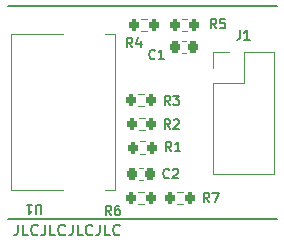
<source format=gbr>
%TF.GenerationSoftware,KiCad,Pcbnew,7.0.5-4d25ed1034~172~ubuntu22.04.1*%
%TF.CreationDate,2023-06-13T21:53:17+03:00*%
%TF.ProjectId,SolderPlate_Control,536f6c64-6572-4506-9c61-74655f436f6e,rev?*%
%TF.SameCoordinates,Original*%
%TF.FileFunction,Legend,Top*%
%TF.FilePolarity,Positive*%
%FSLAX46Y46*%
G04 Gerber Fmt 4.6, Leading zero omitted, Abs format (unit mm)*
G04 Created by KiCad (PCBNEW 7.0.5-4d25ed1034~172~ubuntu22.04.1) date 2023-06-13 21:53:17*
%MOMM*%
%LPD*%
G01*
G04 APERTURE LIST*
G04 Aperture macros list*
%AMRoundRect*
0 Rectangle with rounded corners*
0 $1 Rounding radius*
0 $2 $3 $4 $5 $6 $7 $8 $9 X,Y pos of 4 corners*
0 Add a 4 corners polygon primitive as box body*
4,1,4,$2,$3,$4,$5,$6,$7,$8,$9,$2,$3,0*
0 Add four circle primitives for the rounded corners*
1,1,$1+$1,$2,$3*
1,1,$1+$1,$4,$5*
1,1,$1+$1,$6,$7*
1,1,$1+$1,$8,$9*
0 Add four rect primitives between the rounded corners*
20,1,$1+$1,$2,$3,$4,$5,0*
20,1,$1+$1,$4,$5,$6,$7,0*
20,1,$1+$1,$6,$7,$8,$9,0*
20,1,$1+$1,$8,$9,$2,$3,0*%
G04 Aperture macros list end*
%ADD10C,0.150000*%
%ADD11C,0.120000*%
%ADD12RoundRect,0.200000X-0.200000X-0.275000X0.200000X-0.275000X0.200000X0.275000X-0.200000X0.275000X0*%
%ADD13RoundRect,0.200000X0.200000X0.275000X-0.200000X0.275000X-0.200000X-0.275000X0.200000X-0.275000X0*%
%ADD14R,1.700000X1.700000*%
%ADD15O,1.700000X1.700000*%
%ADD16RoundRect,0.225000X0.225000X0.250000X-0.225000X0.250000X-0.225000X-0.250000X0.225000X-0.250000X0*%
%ADD17RoundRect,0.225000X-0.225000X-0.250000X0.225000X-0.250000X0.225000X0.250000X-0.225000X0.250000X0*%
%ADD18C,1.600000*%
%ADD19C,1.800000*%
%ADD20O,2.900000X2.800000*%
G04 APERTURE END LIST*
D10*
X1070112Y1517943D02*
X1070112Y875086D01*
X1070112Y875086D02*
X1027255Y746515D01*
X1027255Y746515D02*
X941541Y660800D01*
X941541Y660800D02*
X812969Y617943D01*
X812969Y617943D02*
X727255Y617943D01*
X1927255Y617943D02*
X1498683Y617943D01*
X1498683Y617943D02*
X1498683Y1517943D01*
X2741540Y703658D02*
X2698683Y660800D01*
X2698683Y660800D02*
X2570111Y617943D01*
X2570111Y617943D02*
X2484397Y617943D01*
X2484397Y617943D02*
X2355826Y660800D01*
X2355826Y660800D02*
X2270111Y746515D01*
X2270111Y746515D02*
X2227254Y832229D01*
X2227254Y832229D02*
X2184397Y1003658D01*
X2184397Y1003658D02*
X2184397Y1132229D01*
X2184397Y1132229D02*
X2227254Y1303658D01*
X2227254Y1303658D02*
X2270111Y1389372D01*
X2270111Y1389372D02*
X2355826Y1475086D01*
X2355826Y1475086D02*
X2484397Y1517943D01*
X2484397Y1517943D02*
X2570111Y1517943D01*
X2570111Y1517943D02*
X2698683Y1475086D01*
X2698683Y1475086D02*
X2741540Y1432229D01*
X3384397Y1517943D02*
X3384397Y875086D01*
X3384397Y875086D02*
X3341540Y746515D01*
X3341540Y746515D02*
X3255826Y660800D01*
X3255826Y660800D02*
X3127254Y617943D01*
X3127254Y617943D02*
X3041540Y617943D01*
X4241540Y617943D02*
X3812968Y617943D01*
X3812968Y617943D02*
X3812968Y1517943D01*
X5055825Y703658D02*
X5012968Y660800D01*
X5012968Y660800D02*
X4884396Y617943D01*
X4884396Y617943D02*
X4798682Y617943D01*
X4798682Y617943D02*
X4670111Y660800D01*
X4670111Y660800D02*
X4584396Y746515D01*
X4584396Y746515D02*
X4541539Y832229D01*
X4541539Y832229D02*
X4498682Y1003658D01*
X4498682Y1003658D02*
X4498682Y1132229D01*
X4498682Y1132229D02*
X4541539Y1303658D01*
X4541539Y1303658D02*
X4584396Y1389372D01*
X4584396Y1389372D02*
X4670111Y1475086D01*
X4670111Y1475086D02*
X4798682Y1517943D01*
X4798682Y1517943D02*
X4884396Y1517943D01*
X4884396Y1517943D02*
X5012968Y1475086D01*
X5012968Y1475086D02*
X5055825Y1432229D01*
X5698682Y1517943D02*
X5698682Y875086D01*
X5698682Y875086D02*
X5655825Y746515D01*
X5655825Y746515D02*
X5570111Y660800D01*
X5570111Y660800D02*
X5441539Y617943D01*
X5441539Y617943D02*
X5355825Y617943D01*
X6555825Y617943D02*
X6127253Y617943D01*
X6127253Y617943D02*
X6127253Y1517943D01*
X7370110Y703658D02*
X7327253Y660800D01*
X7327253Y660800D02*
X7198681Y617943D01*
X7198681Y617943D02*
X7112967Y617943D01*
X7112967Y617943D02*
X6984396Y660800D01*
X6984396Y660800D02*
X6898681Y746515D01*
X6898681Y746515D02*
X6855824Y832229D01*
X6855824Y832229D02*
X6812967Y1003658D01*
X6812967Y1003658D02*
X6812967Y1132229D01*
X6812967Y1132229D02*
X6855824Y1303658D01*
X6855824Y1303658D02*
X6898681Y1389372D01*
X6898681Y1389372D02*
X6984396Y1475086D01*
X6984396Y1475086D02*
X7112967Y1517943D01*
X7112967Y1517943D02*
X7198681Y1517943D01*
X7198681Y1517943D02*
X7327253Y1475086D01*
X7327253Y1475086D02*
X7370110Y1432229D01*
X8012967Y1517943D02*
X8012967Y875086D01*
X8012967Y875086D02*
X7970110Y746515D01*
X7970110Y746515D02*
X7884396Y660800D01*
X7884396Y660800D02*
X7755824Y617943D01*
X7755824Y617943D02*
X7670110Y617943D01*
X8870110Y617943D02*
X8441538Y617943D01*
X8441538Y617943D02*
X8441538Y1517943D01*
X9684395Y703658D02*
X9641538Y660800D01*
X9641538Y660800D02*
X9512966Y617943D01*
X9512966Y617943D02*
X9427252Y617943D01*
X9427252Y617943D02*
X9298681Y660800D01*
X9298681Y660800D02*
X9212966Y746515D01*
X9212966Y746515D02*
X9170109Y832229D01*
X9170109Y832229D02*
X9127252Y1003658D01*
X9127252Y1003658D02*
X9127252Y1132229D01*
X9127252Y1132229D02*
X9170109Y1303658D01*
X9170109Y1303658D02*
X9212966Y1389372D01*
X9212966Y1389372D02*
X9298681Y1475086D01*
X9298681Y1475086D02*
X9427252Y1517943D01*
X9427252Y1517943D02*
X9512966Y1517943D01*
X9512966Y1517943D02*
X9641538Y1475086D01*
X9641538Y1475086D02*
X9684395Y1432229D01*
X200000Y20000000D02*
X23000000Y20000000D01*
X200000Y2000000D02*
X23000000Y2000000D01*
%TO.C,R4*%
X10766667Y16537705D02*
X10500000Y16918658D01*
X10309524Y16537705D02*
X10309524Y17337705D01*
X10309524Y17337705D02*
X10614286Y17337705D01*
X10614286Y17337705D02*
X10690476Y17299610D01*
X10690476Y17299610D02*
X10728571Y17261515D01*
X10728571Y17261515D02*
X10766667Y17185324D01*
X10766667Y17185324D02*
X10766667Y17071039D01*
X10766667Y17071039D02*
X10728571Y16994848D01*
X10728571Y16994848D02*
X10690476Y16956753D01*
X10690476Y16956753D02*
X10614286Y16918658D01*
X10614286Y16918658D02*
X10309524Y16918658D01*
X11452381Y17071039D02*
X11452381Y16537705D01*
X11261905Y17375800D02*
X11071428Y16804372D01*
X11071428Y16804372D02*
X11566667Y16804372D01*
%TO.C,R6*%
X8966667Y2337705D02*
X8700000Y2718658D01*
X8509524Y2337705D02*
X8509524Y3137705D01*
X8509524Y3137705D02*
X8814286Y3137705D01*
X8814286Y3137705D02*
X8890476Y3099610D01*
X8890476Y3099610D02*
X8928571Y3061515D01*
X8928571Y3061515D02*
X8966667Y2985324D01*
X8966667Y2985324D02*
X8966667Y2871039D01*
X8966667Y2871039D02*
X8928571Y2794848D01*
X8928571Y2794848D02*
X8890476Y2756753D01*
X8890476Y2756753D02*
X8814286Y2718658D01*
X8814286Y2718658D02*
X8509524Y2718658D01*
X9652381Y3137705D02*
X9500000Y3137705D01*
X9500000Y3137705D02*
X9423809Y3099610D01*
X9423809Y3099610D02*
X9385714Y3061515D01*
X9385714Y3061515D02*
X9309524Y2947229D01*
X9309524Y2947229D02*
X9271428Y2794848D01*
X9271428Y2794848D02*
X9271428Y2490086D01*
X9271428Y2490086D02*
X9309524Y2413896D01*
X9309524Y2413896D02*
X9347619Y2375800D01*
X9347619Y2375800D02*
X9423809Y2337705D01*
X9423809Y2337705D02*
X9576190Y2337705D01*
X9576190Y2337705D02*
X9652381Y2375800D01*
X9652381Y2375800D02*
X9690476Y2413896D01*
X9690476Y2413896D02*
X9728571Y2490086D01*
X9728571Y2490086D02*
X9728571Y2680562D01*
X9728571Y2680562D02*
X9690476Y2756753D01*
X9690476Y2756753D02*
X9652381Y2794848D01*
X9652381Y2794848D02*
X9576190Y2832943D01*
X9576190Y2832943D02*
X9423809Y2832943D01*
X9423809Y2832943D02*
X9347619Y2794848D01*
X9347619Y2794848D02*
X9309524Y2756753D01*
X9309524Y2756753D02*
X9271428Y2680562D01*
%TO.C,J1*%
X19883333Y17997705D02*
X19883333Y17426277D01*
X19883333Y17426277D02*
X19845238Y17311991D01*
X19845238Y17311991D02*
X19769047Y17235800D01*
X19769047Y17235800D02*
X19654762Y17197705D01*
X19654762Y17197705D02*
X19578571Y17197705D01*
X20683333Y17197705D02*
X20226190Y17197705D01*
X20454762Y17197705D02*
X20454762Y17997705D01*
X20454762Y17997705D02*
X20378571Y17883420D01*
X20378571Y17883420D02*
X20302381Y17807229D01*
X20302381Y17807229D02*
X20226190Y17769134D01*
%TO.C,R1*%
X14066667Y7737705D02*
X13800000Y8118658D01*
X13609524Y7737705D02*
X13609524Y8537705D01*
X13609524Y8537705D02*
X13914286Y8537705D01*
X13914286Y8537705D02*
X13990476Y8499610D01*
X13990476Y8499610D02*
X14028571Y8461515D01*
X14028571Y8461515D02*
X14066667Y8385324D01*
X14066667Y8385324D02*
X14066667Y8271039D01*
X14066667Y8271039D02*
X14028571Y8194848D01*
X14028571Y8194848D02*
X13990476Y8156753D01*
X13990476Y8156753D02*
X13914286Y8118658D01*
X13914286Y8118658D02*
X13609524Y8118658D01*
X14828571Y7737705D02*
X14371428Y7737705D01*
X14600000Y7737705D02*
X14600000Y8537705D01*
X14600000Y8537705D02*
X14523809Y8423420D01*
X14523809Y8423420D02*
X14447619Y8347229D01*
X14447619Y8347229D02*
X14371428Y8309134D01*
%TO.C,R7*%
X17266667Y3437705D02*
X17000000Y3818658D01*
X16809524Y3437705D02*
X16809524Y4237705D01*
X16809524Y4237705D02*
X17114286Y4237705D01*
X17114286Y4237705D02*
X17190476Y4199610D01*
X17190476Y4199610D02*
X17228571Y4161515D01*
X17228571Y4161515D02*
X17266667Y4085324D01*
X17266667Y4085324D02*
X17266667Y3971039D01*
X17266667Y3971039D02*
X17228571Y3894848D01*
X17228571Y3894848D02*
X17190476Y3856753D01*
X17190476Y3856753D02*
X17114286Y3818658D01*
X17114286Y3818658D02*
X16809524Y3818658D01*
X17533333Y4237705D02*
X18066667Y4237705D01*
X18066667Y4237705D02*
X17723809Y3437705D01*
%TO.C,R2*%
X13966667Y9637705D02*
X13700000Y10018658D01*
X13509524Y9637705D02*
X13509524Y10437705D01*
X13509524Y10437705D02*
X13814286Y10437705D01*
X13814286Y10437705D02*
X13890476Y10399610D01*
X13890476Y10399610D02*
X13928571Y10361515D01*
X13928571Y10361515D02*
X13966667Y10285324D01*
X13966667Y10285324D02*
X13966667Y10171039D01*
X13966667Y10171039D02*
X13928571Y10094848D01*
X13928571Y10094848D02*
X13890476Y10056753D01*
X13890476Y10056753D02*
X13814286Y10018658D01*
X13814286Y10018658D02*
X13509524Y10018658D01*
X14271428Y10361515D02*
X14309524Y10399610D01*
X14309524Y10399610D02*
X14385714Y10437705D01*
X14385714Y10437705D02*
X14576190Y10437705D01*
X14576190Y10437705D02*
X14652381Y10399610D01*
X14652381Y10399610D02*
X14690476Y10361515D01*
X14690476Y10361515D02*
X14728571Y10285324D01*
X14728571Y10285324D02*
X14728571Y10209134D01*
X14728571Y10209134D02*
X14690476Y10094848D01*
X14690476Y10094848D02*
X14233333Y9637705D01*
X14233333Y9637705D02*
X14728571Y9637705D01*
%TO.C,C2*%
X13866667Y5513896D02*
X13828571Y5475800D01*
X13828571Y5475800D02*
X13714286Y5437705D01*
X13714286Y5437705D02*
X13638095Y5437705D01*
X13638095Y5437705D02*
X13523809Y5475800D01*
X13523809Y5475800D02*
X13447619Y5551991D01*
X13447619Y5551991D02*
X13409524Y5628181D01*
X13409524Y5628181D02*
X13371428Y5780562D01*
X13371428Y5780562D02*
X13371428Y5894848D01*
X13371428Y5894848D02*
X13409524Y6047229D01*
X13409524Y6047229D02*
X13447619Y6123420D01*
X13447619Y6123420D02*
X13523809Y6199610D01*
X13523809Y6199610D02*
X13638095Y6237705D01*
X13638095Y6237705D02*
X13714286Y6237705D01*
X13714286Y6237705D02*
X13828571Y6199610D01*
X13828571Y6199610D02*
X13866667Y6161515D01*
X14171428Y6161515D02*
X14209524Y6199610D01*
X14209524Y6199610D02*
X14285714Y6237705D01*
X14285714Y6237705D02*
X14476190Y6237705D01*
X14476190Y6237705D02*
X14552381Y6199610D01*
X14552381Y6199610D02*
X14590476Y6161515D01*
X14590476Y6161515D02*
X14628571Y6085324D01*
X14628571Y6085324D02*
X14628571Y6009134D01*
X14628571Y6009134D02*
X14590476Y5894848D01*
X14590476Y5894848D02*
X14133333Y5437705D01*
X14133333Y5437705D02*
X14628571Y5437705D01*
%TO.C,C1*%
X12666667Y15613896D02*
X12628571Y15575800D01*
X12628571Y15575800D02*
X12514286Y15537705D01*
X12514286Y15537705D02*
X12438095Y15537705D01*
X12438095Y15537705D02*
X12323809Y15575800D01*
X12323809Y15575800D02*
X12247619Y15651991D01*
X12247619Y15651991D02*
X12209524Y15728181D01*
X12209524Y15728181D02*
X12171428Y15880562D01*
X12171428Y15880562D02*
X12171428Y15994848D01*
X12171428Y15994848D02*
X12209524Y16147229D01*
X12209524Y16147229D02*
X12247619Y16223420D01*
X12247619Y16223420D02*
X12323809Y16299610D01*
X12323809Y16299610D02*
X12438095Y16337705D01*
X12438095Y16337705D02*
X12514286Y16337705D01*
X12514286Y16337705D02*
X12628571Y16299610D01*
X12628571Y16299610D02*
X12666667Y16261515D01*
X13428571Y15537705D02*
X12971428Y15537705D01*
X13200000Y15537705D02*
X13200000Y16337705D01*
X13200000Y16337705D02*
X13123809Y16223420D01*
X13123809Y16223420D02*
X13047619Y16147229D01*
X13047619Y16147229D02*
X12971428Y16109134D01*
%TO.C,R3*%
X13966667Y11637705D02*
X13700000Y12018658D01*
X13509524Y11637705D02*
X13509524Y12437705D01*
X13509524Y12437705D02*
X13814286Y12437705D01*
X13814286Y12437705D02*
X13890476Y12399610D01*
X13890476Y12399610D02*
X13928571Y12361515D01*
X13928571Y12361515D02*
X13966667Y12285324D01*
X13966667Y12285324D02*
X13966667Y12171039D01*
X13966667Y12171039D02*
X13928571Y12094848D01*
X13928571Y12094848D02*
X13890476Y12056753D01*
X13890476Y12056753D02*
X13814286Y12018658D01*
X13814286Y12018658D02*
X13509524Y12018658D01*
X14233333Y12437705D02*
X14728571Y12437705D01*
X14728571Y12437705D02*
X14461905Y12132943D01*
X14461905Y12132943D02*
X14576190Y12132943D01*
X14576190Y12132943D02*
X14652381Y12094848D01*
X14652381Y12094848D02*
X14690476Y12056753D01*
X14690476Y12056753D02*
X14728571Y11980562D01*
X14728571Y11980562D02*
X14728571Y11790086D01*
X14728571Y11790086D02*
X14690476Y11713896D01*
X14690476Y11713896D02*
X14652381Y11675800D01*
X14652381Y11675800D02*
X14576190Y11637705D01*
X14576190Y11637705D02*
X14347619Y11637705D01*
X14347619Y11637705D02*
X14271428Y11675800D01*
X14271428Y11675800D02*
X14233333Y11713896D01*
%TO.C,R5*%
X17866667Y18137705D02*
X17600000Y18518658D01*
X17409524Y18137705D02*
X17409524Y18937705D01*
X17409524Y18937705D02*
X17714286Y18937705D01*
X17714286Y18937705D02*
X17790476Y18899610D01*
X17790476Y18899610D02*
X17828571Y18861515D01*
X17828571Y18861515D02*
X17866667Y18785324D01*
X17866667Y18785324D02*
X17866667Y18671039D01*
X17866667Y18671039D02*
X17828571Y18594848D01*
X17828571Y18594848D02*
X17790476Y18556753D01*
X17790476Y18556753D02*
X17714286Y18518658D01*
X17714286Y18518658D02*
X17409524Y18518658D01*
X18590476Y18937705D02*
X18209524Y18937705D01*
X18209524Y18937705D02*
X18171428Y18556753D01*
X18171428Y18556753D02*
X18209524Y18594848D01*
X18209524Y18594848D02*
X18285714Y18632943D01*
X18285714Y18632943D02*
X18476190Y18632943D01*
X18476190Y18632943D02*
X18552381Y18594848D01*
X18552381Y18594848D02*
X18590476Y18556753D01*
X18590476Y18556753D02*
X18628571Y18480562D01*
X18628571Y18480562D02*
X18628571Y18290086D01*
X18628571Y18290086D02*
X18590476Y18213896D01*
X18590476Y18213896D02*
X18552381Y18175800D01*
X18552381Y18175800D02*
X18476190Y18137705D01*
X18476190Y18137705D02*
X18285714Y18137705D01*
X18285714Y18137705D02*
X18209524Y18175800D01*
X18209524Y18175800D02*
X18171428Y18213896D01*
%TO.C,U1*%
X3059523Y2412296D02*
X3059523Y3059915D01*
X3059523Y3059915D02*
X3021428Y3136105D01*
X3021428Y3136105D02*
X2983333Y3174200D01*
X2983333Y3174200D02*
X2907142Y3212296D01*
X2907142Y3212296D02*
X2754761Y3212296D01*
X2754761Y3212296D02*
X2678571Y3174200D01*
X2678571Y3174200D02*
X2640476Y3136105D01*
X2640476Y3136105D02*
X2602380Y3059915D01*
X2602380Y3059915D02*
X2602380Y2412296D01*
X1802381Y3212296D02*
X2259524Y3212296D01*
X2030952Y3212296D02*
X2030952Y2412296D01*
X2030952Y2412296D02*
X2107143Y2526581D01*
X2107143Y2526581D02*
X2183333Y2602772D01*
X2183333Y2602772D02*
X2259524Y2640867D01*
D11*
%TO.C,R4*%
X11487742Y18972500D02*
X11962258Y18972500D01*
X11487742Y17927500D02*
X11962258Y17927500D01*
%TO.C,R6*%
X11737258Y3277500D02*
X11262742Y3277500D01*
X11737258Y4322500D02*
X11262742Y4322500D01*
%TO.C,J1*%
X17570000Y16110000D02*
X18900000Y16110000D01*
X17570000Y14780000D02*
X17570000Y16110000D01*
X17570000Y13510000D02*
X17570000Y5830000D01*
X17570000Y13510000D02*
X20170000Y13510000D01*
X17570000Y5830000D02*
X22770000Y5830000D01*
X20170000Y16110000D02*
X22770000Y16110000D01*
X20170000Y13510000D02*
X20170000Y16110000D01*
X22770000Y16110000D02*
X22770000Y5830000D01*
%TO.C,R1*%
X11837258Y7527500D02*
X11362742Y7527500D01*
X11837258Y8572500D02*
X11362742Y8572500D01*
%TO.C,R7*%
X14562742Y4322500D02*
X15037258Y4322500D01*
X14562742Y3277500D02*
X15037258Y3277500D01*
%TO.C,R2*%
X11787258Y9527500D02*
X11312742Y9527500D01*
X11787258Y10572500D02*
X11312742Y10572500D01*
%TO.C,C2*%
X11640580Y5290000D02*
X11359420Y5290000D01*
X11640580Y6310000D02*
X11359420Y6310000D01*
%TO.C,C1*%
X14984420Y17060000D02*
X15265580Y17060000D01*
X14984420Y16040000D02*
X15265580Y16040000D01*
%TO.C,R3*%
X11737258Y11527500D02*
X11262742Y11527500D01*
X11737258Y12572500D02*
X11262742Y12572500D01*
%TO.C,R5*%
X15412258Y17927500D02*
X14937742Y17927500D01*
X15412258Y18972500D02*
X14937742Y18972500D01*
%TO.C,U1*%
X9250000Y4450000D02*
X9250000Y17650000D01*
X9250000Y17650000D02*
X8450000Y17650000D01*
X8450000Y4450000D02*
X9250000Y4450000D01*
X4850000Y17650000D02*
X450000Y17650000D01*
X450000Y4450000D02*
X4850000Y4450000D01*
X450000Y17650000D02*
X450000Y4450000D01*
%TD*%
%LPC*%
D12*
%TO.C,R4*%
X10900000Y18450000D03*
X12550000Y18450000D03*
%TD*%
D13*
%TO.C,R6*%
X12325000Y3800000D03*
X10675000Y3800000D03*
%TD*%
D14*
%TO.C,J1*%
X18900000Y14780000D03*
D15*
X21440000Y14780000D03*
X18900000Y12240000D03*
X21440000Y12240000D03*
X18900000Y9700000D03*
X21440000Y9700000D03*
X18900000Y7160000D03*
X21440000Y7160000D03*
%TD*%
D13*
%TO.C,R1*%
X12425000Y8050000D03*
X10775000Y8050000D03*
%TD*%
D12*
%TO.C,R7*%
X13975000Y3800000D03*
X15625000Y3800000D03*
%TD*%
D13*
%TO.C,R2*%
X12375000Y10050000D03*
X10725000Y10050000D03*
%TD*%
D16*
%TO.C,C2*%
X12275000Y5800000D03*
X10725000Y5800000D03*
%TD*%
D17*
%TO.C,C1*%
X14350000Y16550000D03*
X15900000Y16550000D03*
%TD*%
D13*
%TO.C,R3*%
X12325000Y12050000D03*
X10675000Y12050000D03*
%TD*%
%TO.C,R5*%
X16000000Y18450000D03*
X14350000Y18450000D03*
%TD*%
D18*
%TO.C,U1*%
X5250000Y14050000D03*
X5250000Y12050000D03*
X5250000Y10050000D03*
X5250000Y8050000D03*
D19*
X2150000Y13550000D03*
X2150000Y11050000D03*
X2150000Y8550000D03*
D20*
X6650000Y4650000D03*
X6650000Y17450000D03*
%TD*%
%LPD*%
M02*

</source>
